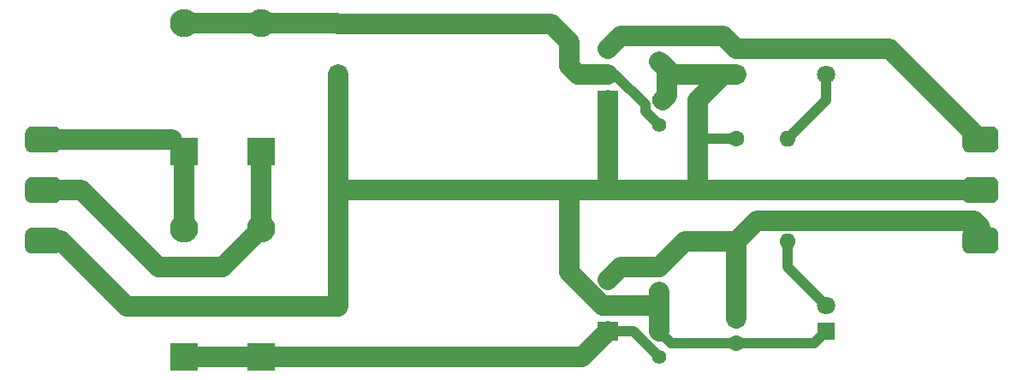
<source format=gbr>
%TF.GenerationSoftware,KiCad,Pcbnew,5.1.5+dfsg1-2build2*%
%TF.CreationDate,2021-08-20T10:43:51+02:00*%
%TF.ProjectId,power-supply,706f7765-722d-4737-9570-706c792e6b69,1.2*%
%TF.SameCoordinates,PX4d83c00PY6a95280*%
%TF.FileFunction,Copper,L2,Bot*%
%TF.FilePolarity,Positive*%
%FSLAX46Y46*%
G04 Gerber Fmt 4.6, Leading zero omitted, Abs format (unit mm)*
G04 Created by KiCad (PCBNEW 5.1.5+dfsg1-2build2) date 2021-08-20 10:43:51*
%MOMM*%
%LPD*%
G04 APERTURE LIST*
%TA.AperFunction,ComponentPad*%
%ADD10C,0.150000*%
%TD*%
%TA.AperFunction,ComponentPad*%
%ADD11C,1.400000*%
%TD*%
%TA.AperFunction,ComponentPad*%
%ADD12O,2.000000X1.905000*%
%TD*%
%TA.AperFunction,ComponentPad*%
%ADD13R,2.000000X1.905000*%
%TD*%
%TA.AperFunction,ComponentPad*%
%ADD14O,1.600000X1.600000*%
%TD*%
%TA.AperFunction,ComponentPad*%
%ADD15C,1.600000*%
%TD*%
%TA.AperFunction,ComponentPad*%
%ADD16R,1.600000X1.600000*%
%TD*%
%TA.AperFunction,ComponentPad*%
%ADD17R,2.800000X2.800000*%
%TD*%
%TA.AperFunction,ComponentPad*%
%ADD18O,2.800000X2.800000*%
%TD*%
%TA.AperFunction,ComponentPad*%
%ADD19R,1.800000X1.800000*%
%TD*%
%TA.AperFunction,ComponentPad*%
%ADD20C,1.800000*%
%TD*%
%TA.AperFunction,Conductor*%
%ADD21C,2.000000*%
%TD*%
%TA.AperFunction,Conductor*%
%ADD22C,1.000000*%
%TD*%
G04 APERTURE END LIST*
%TA.AperFunction,ComponentPad*%
D10*
%TO.P,J2,3*%
%TO.N,Net-(C6-Pad2)*%
G36*
X97717241Y25316942D02*
G01*
X97778882Y25307799D01*
X97839331Y25292657D01*
X97898004Y25271664D01*
X97954337Y25245020D01*
X98007787Y25212983D01*
X98057840Y25175862D01*
X98104013Y25134013D01*
X98145862Y25087840D01*
X98182983Y25037787D01*
X98215020Y24984337D01*
X98241664Y24928004D01*
X98262657Y24869331D01*
X98277799Y24808882D01*
X98286942Y24747241D01*
X98290000Y24685000D01*
X98290000Y23415000D01*
X98286942Y23352759D01*
X98277799Y23291118D01*
X98262657Y23230669D01*
X98241664Y23171996D01*
X98215020Y23115663D01*
X98182983Y23062213D01*
X98145862Y23012160D01*
X98104013Y22965987D01*
X98057840Y22924138D01*
X98007787Y22887017D01*
X97954337Y22854980D01*
X97898004Y22828336D01*
X97839331Y22807343D01*
X97778882Y22792201D01*
X97717241Y22783058D01*
X97655000Y22780000D01*
X95385000Y22780000D01*
X95322759Y22783058D01*
X95261118Y22792201D01*
X95200669Y22807343D01*
X95141996Y22828336D01*
X95085663Y22854980D01*
X95032213Y22887017D01*
X94982160Y22924138D01*
X94935987Y22965987D01*
X94894138Y23012160D01*
X94857017Y23062213D01*
X94824980Y23115663D01*
X94798336Y23171996D01*
X94777343Y23230669D01*
X94762201Y23291118D01*
X94753058Y23352759D01*
X94750000Y23415000D01*
X94750000Y24685000D01*
X94753058Y24747241D01*
X94762201Y24808882D01*
X94777343Y24869331D01*
X94798336Y24928004D01*
X94824980Y24984337D01*
X94857017Y25037787D01*
X94894138Y25087840D01*
X94935987Y25134013D01*
X94982160Y25175862D01*
X95032213Y25212983D01*
X95085663Y25245020D01*
X95141996Y25271664D01*
X95200669Y25292657D01*
X95261118Y25307799D01*
X95322759Y25316942D01*
X95385000Y25320000D01*
X97655000Y25320000D01*
X97717241Y25316942D01*
G37*
%TD.AperFunction*%
%TA.AperFunction,ComponentPad*%
%TO.P,J2,2*%
%TO.N,GND*%
G36*
X97717241Y20316942D02*
G01*
X97778882Y20307799D01*
X97839331Y20292657D01*
X97898004Y20271664D01*
X97954337Y20245020D01*
X98007787Y20212983D01*
X98057840Y20175862D01*
X98104013Y20134013D01*
X98145862Y20087840D01*
X98182983Y20037787D01*
X98215020Y19984337D01*
X98241664Y19928004D01*
X98262657Y19869331D01*
X98277799Y19808882D01*
X98286942Y19747241D01*
X98290000Y19685000D01*
X98290000Y18415000D01*
X98286942Y18352759D01*
X98277799Y18291118D01*
X98262657Y18230669D01*
X98241664Y18171996D01*
X98215020Y18115663D01*
X98182983Y18062213D01*
X98145862Y18012160D01*
X98104013Y17965987D01*
X98057840Y17924138D01*
X98007787Y17887017D01*
X97954337Y17854980D01*
X97898004Y17828336D01*
X97839331Y17807343D01*
X97778882Y17792201D01*
X97717241Y17783058D01*
X97655000Y17780000D01*
X95385000Y17780000D01*
X95322759Y17783058D01*
X95261118Y17792201D01*
X95200669Y17807343D01*
X95141996Y17828336D01*
X95085663Y17854980D01*
X95032213Y17887017D01*
X94982160Y17924138D01*
X94935987Y17965987D01*
X94894138Y18012160D01*
X94857017Y18062213D01*
X94824980Y18115663D01*
X94798336Y18171996D01*
X94777343Y18230669D01*
X94762201Y18291118D01*
X94753058Y18352759D01*
X94750000Y18415000D01*
X94750000Y19685000D01*
X94753058Y19747241D01*
X94762201Y19808882D01*
X94777343Y19869331D01*
X94798336Y19928004D01*
X94824980Y19984337D01*
X94857017Y20037787D01*
X94894138Y20087840D01*
X94935987Y20134013D01*
X94982160Y20175862D01*
X95032213Y20212983D01*
X95085663Y20245020D01*
X95141996Y20271664D01*
X95200669Y20292657D01*
X95261118Y20307799D01*
X95322759Y20316942D01*
X95385000Y20320000D01*
X97655000Y20320000D01*
X97717241Y20316942D01*
G37*
%TD.AperFunction*%
%TA.AperFunction,ComponentPad*%
%TO.P,J2,1*%
%TO.N,Net-(C5-Pad1)*%
G36*
X97717241Y15316942D02*
G01*
X97778882Y15307799D01*
X97839331Y15292657D01*
X97898004Y15271664D01*
X97954337Y15245020D01*
X98007787Y15212983D01*
X98057840Y15175862D01*
X98104013Y15134013D01*
X98145862Y15087840D01*
X98182983Y15037787D01*
X98215020Y14984337D01*
X98241664Y14928004D01*
X98262657Y14869331D01*
X98277799Y14808882D01*
X98286942Y14747241D01*
X98290000Y14685000D01*
X98290000Y13415000D01*
X98286942Y13352759D01*
X98277799Y13291118D01*
X98262657Y13230669D01*
X98241664Y13171996D01*
X98215020Y13115663D01*
X98182983Y13062213D01*
X98145862Y13012160D01*
X98104013Y12965987D01*
X98057840Y12924138D01*
X98007787Y12887017D01*
X97954337Y12854980D01*
X97898004Y12828336D01*
X97839331Y12807343D01*
X97778882Y12792201D01*
X97717241Y12783058D01*
X97655000Y12780000D01*
X95385000Y12780000D01*
X95322759Y12783058D01*
X95261118Y12792201D01*
X95200669Y12807343D01*
X95141996Y12828336D01*
X95085663Y12854980D01*
X95032213Y12887017D01*
X94982160Y12924138D01*
X94935987Y12965987D01*
X94894138Y13012160D01*
X94857017Y13062213D01*
X94824980Y13115663D01*
X94798336Y13171996D01*
X94777343Y13230669D01*
X94762201Y13291118D01*
X94753058Y13352759D01*
X94750000Y13415000D01*
X94750000Y14685000D01*
X94753058Y14747241D01*
X94762201Y14808882D01*
X94777343Y14869331D01*
X94798336Y14928004D01*
X94824980Y14984337D01*
X94857017Y15037787D01*
X94894138Y15087840D01*
X94935987Y15134013D01*
X94982160Y15175862D01*
X95032213Y15212983D01*
X95085663Y15245020D01*
X95141996Y15271664D01*
X95200669Y15292657D01*
X95261118Y15307799D01*
X95322759Y15316942D01*
X95385000Y15320000D01*
X97655000Y15320000D01*
X97717241Y15316942D01*
G37*
%TD.AperFunction*%
%TD*%
%TA.AperFunction,ComponentPad*%
%TO.P,J1,3*%
%TO.N,GND*%
G36*
X5007241Y15316942D02*
G01*
X5068882Y15307799D01*
X5129331Y15292657D01*
X5188004Y15271664D01*
X5244337Y15245020D01*
X5297787Y15212983D01*
X5347840Y15175862D01*
X5394013Y15134013D01*
X5435862Y15087840D01*
X5472983Y15037787D01*
X5505020Y14984337D01*
X5531664Y14928004D01*
X5552657Y14869331D01*
X5567799Y14808882D01*
X5576942Y14747241D01*
X5580000Y14685000D01*
X5580000Y13415000D01*
X5576942Y13352759D01*
X5567799Y13291118D01*
X5552657Y13230669D01*
X5531664Y13171996D01*
X5505020Y13115663D01*
X5472983Y13062213D01*
X5435862Y13012160D01*
X5394013Y12965987D01*
X5347840Y12924138D01*
X5297787Y12887017D01*
X5244337Y12854980D01*
X5188004Y12828336D01*
X5129331Y12807343D01*
X5068882Y12792201D01*
X5007241Y12783058D01*
X4945000Y12780000D01*
X2675000Y12780000D01*
X2612759Y12783058D01*
X2551118Y12792201D01*
X2490669Y12807343D01*
X2431996Y12828336D01*
X2375663Y12854980D01*
X2322213Y12887017D01*
X2272160Y12924138D01*
X2225987Y12965987D01*
X2184138Y13012160D01*
X2147017Y13062213D01*
X2114980Y13115663D01*
X2088336Y13171996D01*
X2067343Y13230669D01*
X2052201Y13291118D01*
X2043058Y13352759D01*
X2040000Y13415000D01*
X2040000Y14685000D01*
X2043058Y14747241D01*
X2052201Y14808882D01*
X2067343Y14869331D01*
X2088336Y14928004D01*
X2114980Y14984337D01*
X2147017Y15037787D01*
X2184138Y15087840D01*
X2225987Y15134013D01*
X2272160Y15175862D01*
X2322213Y15212983D01*
X2375663Y15245020D01*
X2431996Y15271664D01*
X2490669Y15292657D01*
X2551118Y15307799D01*
X2612759Y15316942D01*
X2675000Y15320000D01*
X4945000Y15320000D01*
X5007241Y15316942D01*
G37*
%TD.AperFunction*%
%TA.AperFunction,ComponentPad*%
%TO.P,J1,2*%
%TO.N,/AC1*%
G36*
X5007241Y20316942D02*
G01*
X5068882Y20307799D01*
X5129331Y20292657D01*
X5188004Y20271664D01*
X5244337Y20245020D01*
X5297787Y20212983D01*
X5347840Y20175862D01*
X5394013Y20134013D01*
X5435862Y20087840D01*
X5472983Y20037787D01*
X5505020Y19984337D01*
X5531664Y19928004D01*
X5552657Y19869331D01*
X5567799Y19808882D01*
X5576942Y19747241D01*
X5580000Y19685000D01*
X5580000Y18415000D01*
X5576942Y18352759D01*
X5567799Y18291118D01*
X5552657Y18230669D01*
X5531664Y18171996D01*
X5505020Y18115663D01*
X5472983Y18062213D01*
X5435862Y18012160D01*
X5394013Y17965987D01*
X5347840Y17924138D01*
X5297787Y17887017D01*
X5244337Y17854980D01*
X5188004Y17828336D01*
X5129331Y17807343D01*
X5068882Y17792201D01*
X5007241Y17783058D01*
X4945000Y17780000D01*
X2675000Y17780000D01*
X2612759Y17783058D01*
X2551118Y17792201D01*
X2490669Y17807343D01*
X2431996Y17828336D01*
X2375663Y17854980D01*
X2322213Y17887017D01*
X2272160Y17924138D01*
X2225987Y17965987D01*
X2184138Y18012160D01*
X2147017Y18062213D01*
X2114980Y18115663D01*
X2088336Y18171996D01*
X2067343Y18230669D01*
X2052201Y18291118D01*
X2043058Y18352759D01*
X2040000Y18415000D01*
X2040000Y19685000D01*
X2043058Y19747241D01*
X2052201Y19808882D01*
X2067343Y19869331D01*
X2088336Y19928004D01*
X2114980Y19984337D01*
X2147017Y20037787D01*
X2184138Y20087840D01*
X2225987Y20134013D01*
X2272160Y20175862D01*
X2322213Y20212983D01*
X2375663Y20245020D01*
X2431996Y20271664D01*
X2490669Y20292657D01*
X2551118Y20307799D01*
X2612759Y20316942D01*
X2675000Y20320000D01*
X4945000Y20320000D01*
X5007241Y20316942D01*
G37*
%TD.AperFunction*%
%TA.AperFunction,ComponentPad*%
%TO.P,J1,1*%
%TO.N,/AC2*%
G36*
X5007241Y25316942D02*
G01*
X5068882Y25307799D01*
X5129331Y25292657D01*
X5188004Y25271664D01*
X5244337Y25245020D01*
X5297787Y25212983D01*
X5347840Y25175862D01*
X5394013Y25134013D01*
X5435862Y25087840D01*
X5472983Y25037787D01*
X5505020Y24984337D01*
X5531664Y24928004D01*
X5552657Y24869331D01*
X5567799Y24808882D01*
X5576942Y24747241D01*
X5580000Y24685000D01*
X5580000Y23415000D01*
X5576942Y23352759D01*
X5567799Y23291118D01*
X5552657Y23230669D01*
X5531664Y23171996D01*
X5505020Y23115663D01*
X5472983Y23062213D01*
X5435862Y23012160D01*
X5394013Y22965987D01*
X5347840Y22924138D01*
X5297787Y22887017D01*
X5244337Y22854980D01*
X5188004Y22828336D01*
X5129331Y22807343D01*
X5068882Y22792201D01*
X5007241Y22783058D01*
X4945000Y22780000D01*
X2675000Y22780000D01*
X2612759Y22783058D01*
X2551118Y22792201D01*
X2490669Y22807343D01*
X2431996Y22828336D01*
X2375663Y22854980D01*
X2322213Y22887017D01*
X2272160Y22924138D01*
X2225987Y22965987D01*
X2184138Y23012160D01*
X2147017Y23062213D01*
X2114980Y23115663D01*
X2088336Y23171996D01*
X2067343Y23230669D01*
X2052201Y23291118D01*
X2043058Y23352759D01*
X2040000Y23415000D01*
X2040000Y24685000D01*
X2043058Y24747241D01*
X2052201Y24808882D01*
X2067343Y24869331D01*
X2088336Y24928004D01*
X2114980Y24984337D01*
X2147017Y25037787D01*
X2184138Y25087840D01*
X2225987Y25134013D01*
X2272160Y25175862D01*
X2322213Y25212983D01*
X2375663Y25245020D01*
X2431996Y25271664D01*
X2490669Y25292657D01*
X2551118Y25307799D01*
X2612759Y25316942D01*
X2675000Y25320000D01*
X4945000Y25320000D01*
X5007241Y25316942D01*
G37*
%TD.AperFunction*%
%TD*%
D11*
%TO.P,C2,2*%
%TO.N,/-*%
X64770000Y25440000D03*
%TO.P,C2,1*%
%TO.N,GND*%
X64770000Y27940000D03*
%TD*%
%TO.P,C1,2*%
%TO.N,GND*%
X64770000Y5040000D03*
%TO.P,C1,1*%
%TO.N,/+*%
X64770000Y2540000D03*
%TD*%
D12*
%TO.P,U2,3*%
%TO.N,Net-(C6-Pad2)*%
X59690000Y33020000D03*
%TO.P,U2,2*%
%TO.N,/-*%
X59690000Y30480000D03*
D13*
%TO.P,U2,1*%
%TO.N,GND*%
X59690000Y27940000D03*
%TD*%
D12*
%TO.P,U1,3*%
%TO.N,Net-(C5-Pad1)*%
X59690000Y10160000D03*
%TO.P,U1,2*%
%TO.N,GND*%
X59690000Y7620000D03*
D13*
%TO.P,U1,1*%
%TO.N,/+*%
X59690000Y5080000D03*
%TD*%
D14*
%TO.P,R2,2*%
%TO.N,Net-(D6-Pad2)*%
X77470000Y24130000D03*
D15*
%TO.P,R2,1*%
%TO.N,GND*%
X72390000Y24130000D03*
%TD*%
D14*
%TO.P,R1,2*%
%TO.N,Net-(D5-Pad2)*%
X77470000Y13970000D03*
D15*
%TO.P,R1,1*%
%TO.N,Net-(C5-Pad1)*%
X72390000Y13970000D03*
%TD*%
%TO.P,C3,2*%
%TO.N,GND*%
X33020000Y7540000D03*
D16*
%TO.P,C3,1*%
%TO.N,/+*%
X33020000Y2540000D03*
%TD*%
%TO.P,C4,1*%
%TO.N,GND*%
X33020000Y30480000D03*
D15*
%TO.P,C4,2*%
%TO.N,/-*%
X33020000Y35480000D03*
%TD*%
%TO.P,C5,2*%
%TO.N,GND*%
X72390000Y3850000D03*
D16*
%TO.P,C5,1*%
%TO.N,Net-(C5-Pad1)*%
X72390000Y6350000D03*
%TD*%
%TO.P,C6,1*%
%TO.N,GND*%
X72390000Y30480000D03*
D15*
%TO.P,C6,2*%
%TO.N,Net-(C6-Pad2)*%
X72390000Y32980000D03*
%TD*%
D11*
%TO.P,C7,1*%
%TO.N,Net-(C5-Pad1)*%
X64770000Y11430000D03*
%TO.P,C7,2*%
%TO.N,GND*%
X64770000Y8930000D03*
%TD*%
%TO.P,C8,2*%
%TO.N,Net-(C6-Pad2)*%
X64770000Y34250000D03*
%TO.P,C8,1*%
%TO.N,GND*%
X64770000Y31750000D03*
%TD*%
D17*
%TO.P,D1,1*%
%TO.N,/+*%
X25400000Y2540000D03*
D18*
%TO.P,D1,2*%
%TO.N,/AC1*%
X25400000Y15240000D03*
%TD*%
D17*
%TO.P,D2,1*%
%TO.N,/AC1*%
X25400000Y22860000D03*
D18*
%TO.P,D2,2*%
%TO.N,/-*%
X25400000Y35560000D03*
%TD*%
%TO.P,D3,2*%
%TO.N,/AC2*%
X17780000Y15240000D03*
D17*
%TO.P,D3,1*%
%TO.N,/+*%
X17780000Y2540000D03*
%TD*%
D18*
%TO.P,D4,2*%
%TO.N,/-*%
X17780000Y35560000D03*
D17*
%TO.P,D4,1*%
%TO.N,/AC2*%
X17780000Y22860000D03*
%TD*%
D19*
%TO.P,D5,1*%
%TO.N,GND*%
X81280000Y5080000D03*
D20*
%TO.P,D5,2*%
%TO.N,Net-(D5-Pad2)*%
X81280000Y7620000D03*
%TD*%
%TO.P,D6,2*%
%TO.N,Net-(D6-Pad2)*%
X81280000Y30480000D03*
D19*
%TO.P,D6,1*%
%TO.N,Net-(C6-Pad2)*%
X81280000Y33020000D03*
%TD*%
D21*
%TO.N,GND*%
X33020000Y20320000D02*
X33020000Y30480000D01*
X59690000Y21590000D02*
X59690000Y27940000D01*
D22*
X59690000Y7620000D02*
X60362502Y7620000D01*
D21*
X59138392Y7620000D02*
X55880000Y10878392D01*
X59690000Y7620000D02*
X59138392Y7620000D01*
X33020000Y7540000D02*
X33020000Y19050000D01*
X33020000Y19050000D02*
X33020000Y20320000D01*
X59690000Y21590000D02*
X59690000Y19050000D01*
X67310000Y19050000D02*
X59690000Y19050000D01*
X55880000Y10878392D02*
X55880000Y19050000D01*
X59690000Y19050000D02*
X55880000Y19050000D01*
X55880000Y19050000D02*
X33020000Y19050000D01*
D22*
X80050000Y3850000D02*
X72390000Y3850000D01*
X81280000Y5080000D02*
X80050000Y3850000D01*
X65960000Y3850000D02*
X64770000Y5040000D01*
X72390000Y3850000D02*
X65960000Y3850000D01*
%TO.N,/-*%
X64070001Y26139999D02*
X64770000Y25440000D01*
X63369999Y26840001D02*
X64070001Y26139999D01*
X63369999Y27472503D02*
X63369999Y26840001D01*
X60362502Y30480000D02*
X63369999Y27472503D01*
X59690000Y30480000D02*
X60362502Y30480000D01*
D21*
%TO.N,/AC1*%
X25400000Y15240000D02*
X25400000Y22860000D01*
%TO.N,GND*%
X65469999Y31050001D02*
X65469999Y28339990D01*
X65469999Y28339990D02*
X65070009Y27940000D01*
X64770000Y31750000D02*
X65469999Y31050001D01*
X66040000Y30480000D02*
X65469999Y31050001D01*
X68580000Y27940000D02*
X71120000Y30480000D01*
X71120000Y30480000D02*
X66040000Y30480000D01*
X72390000Y30480000D02*
X71120000Y30480000D01*
X81280000Y19050000D02*
X68580000Y19050000D01*
X68580000Y19050000D02*
X67310000Y19050000D01*
D22*
X72390000Y24130000D02*
X68580000Y24130000D01*
D21*
X68580000Y24130000D02*
X68580000Y27940000D01*
X68580000Y19050000D02*
X68580000Y24130000D01*
X81280000Y19050000D02*
X96520000Y19050000D01*
X31888630Y7540000D02*
X33020000Y7540000D01*
X5580000Y14050000D02*
X12090000Y7540000D01*
X12090000Y7540000D02*
X31888630Y7540000D01*
X3810000Y14050000D02*
X5580000Y14050000D01*
X59690000Y7620000D02*
X64770000Y7620000D01*
X64770000Y7620000D02*
X64770000Y8930000D01*
X64770000Y7620000D02*
X64770000Y5040000D01*
%TO.N,/+*%
X17780000Y2540000D02*
X25400000Y2540000D01*
X25400000Y2540000D02*
X33020000Y2540000D01*
X57150000Y2540000D02*
X59690000Y5080000D01*
X33020000Y2540000D02*
X57150000Y2540000D01*
D22*
X62230000Y5080000D02*
X64770000Y2540000D01*
X59690000Y5080000D02*
X62230000Y5080000D01*
D21*
%TO.N,/-*%
X17780000Y35560000D02*
X25400000Y35560000D01*
X32940000Y35560000D02*
X33020000Y35480000D01*
X25400000Y35560000D02*
X32940000Y35560000D01*
X54118718Y35480000D02*
X55880000Y33718718D01*
X33020000Y35480000D02*
X54118718Y35480000D01*
X55880000Y31290000D02*
X56690000Y30480000D01*
X56690000Y30480000D02*
X59690000Y30480000D01*
X55880000Y33718718D02*
X55880000Y31290000D01*
%TO.N,/AC1*%
X3810000Y19050000D02*
X7620000Y19050000D01*
X7620000Y19050000D02*
X15240000Y11430000D01*
X21590000Y11430000D02*
X25400000Y15240000D01*
X15240000Y11430000D02*
X21590000Y11430000D01*
%TO.N,/AC2*%
X17780000Y22860000D02*
X17780000Y15240000D01*
X3810000Y24050000D02*
X16590000Y24050000D01*
D22*
%TO.N,Net-(D5-Pad2)*%
X77470000Y11430000D02*
X81280000Y7620000D01*
X77470000Y13970000D02*
X77470000Y11430000D01*
%TO.N,Net-(D6-Pad2)*%
X81280000Y27940000D02*
X77470000Y24130000D01*
X81280000Y30480000D02*
X81280000Y27940000D01*
D21*
%TO.N,Net-(C5-Pad1)*%
X67310000Y13970000D02*
X64770000Y11430000D01*
X72390000Y13970000D02*
X67310000Y13970000D01*
X60960000Y11430000D02*
X59699837Y10169837D01*
X64770000Y11430000D02*
X60960000Y11430000D01*
X72390000Y13970000D02*
X72390000Y6350000D01*
X96520000Y15320000D02*
X96520000Y14050000D01*
X95869999Y15970001D02*
X96520000Y15320000D01*
X74390001Y15970001D02*
X95869999Y15970001D01*
X72390000Y13970000D02*
X74390001Y15970001D01*
%TO.N,Net-(C6-Pad2)*%
X60920000Y34250000D02*
X64770000Y34250000D01*
X59690000Y33020000D02*
X60920000Y34250000D01*
X71120000Y34250000D02*
X72390000Y32980000D01*
X64770000Y34250000D02*
X71120000Y34250000D01*
X81240000Y32980000D02*
X81280000Y33020000D01*
X72390000Y32980000D02*
X81240000Y32980000D01*
X87550000Y33020000D02*
X96520000Y24050000D01*
X81280000Y33020000D02*
X87550000Y33020000D01*
%TD*%
M02*

</source>
